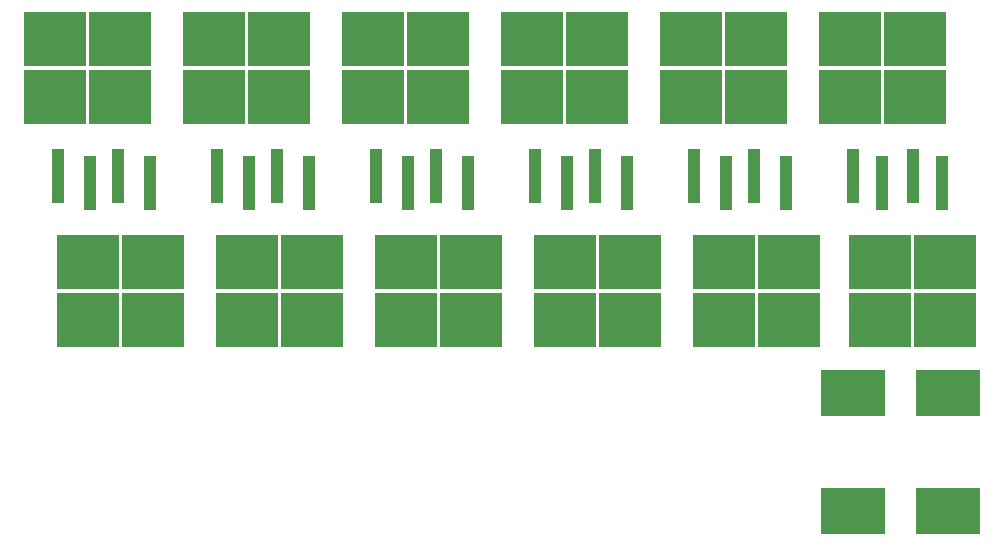
<source format=gbr>
%TF.GenerationSoftware,KiCad,Pcbnew,(6.0.7-1)-1*%
%TF.CreationDate,2022-12-11T21:31:16-05:00*%
%TF.ProjectId,ResistorNetwork,52657369-7374-46f7-924e-6574776f726b,rev?*%
%TF.SameCoordinates,Original*%
%TF.FileFunction,Paste,Top*%
%TF.FilePolarity,Positive*%
%FSLAX46Y46*%
G04 Gerber Fmt 4.6, Leading zero omitted, Abs format (unit mm)*
G04 Created by KiCad (PCBNEW (6.0.7-1)-1) date 2022-12-11 21:31:16*
%MOMM*%
%LPD*%
G01*
G04 APERTURE LIST*
%ADD10R,5.500000X3.900000*%
%ADD11R,5.250000X4.550000*%
%ADD12R,1.100000X4.600000*%
G04 APERTURE END LIST*
D10*
%TO.C,R14*%
X111105000Y-61245000D03*
X111105000Y-71245000D03*
%TD*%
%TO.C,R13*%
X119105000Y-61245000D03*
X119105000Y-71245000D03*
%TD*%
D11*
%TO.C,R11*%
X113330000Y-55045000D03*
X118880000Y-55045000D03*
X118880000Y-50195000D03*
X113330000Y-50195000D03*
D12*
X118645000Y-43470000D03*
X113565000Y-43470000D03*
%TD*%
D11*
%TO.C,R9*%
X105667000Y-50195000D03*
X100117000Y-55045000D03*
X100117000Y-50195000D03*
X105667000Y-55045000D03*
D12*
X105432000Y-43470000D03*
X100352000Y-43470000D03*
%TD*%
D11*
%TO.C,R10*%
X97358000Y-31320000D03*
X102908000Y-36170000D03*
X97358000Y-36170000D03*
X102908000Y-31320000D03*
D12*
X97593000Y-42895000D03*
X102673000Y-42895000D03*
%TD*%
D11*
%TO.C,R6*%
X75984000Y-36170000D03*
X70434000Y-31320000D03*
X70434000Y-36170000D03*
X75984000Y-31320000D03*
D12*
X70669000Y-42895000D03*
X75749000Y-42895000D03*
%TD*%
D11*
%TO.C,R5*%
X73193000Y-50195000D03*
X73193000Y-55045000D03*
X78743000Y-50195000D03*
X78743000Y-55045000D03*
D12*
X78508000Y-43470000D03*
X73428000Y-43470000D03*
%TD*%
D11*
%TO.C,R1*%
X51819000Y-50195000D03*
X46269000Y-55045000D03*
X51819000Y-55045000D03*
X46269000Y-50195000D03*
D12*
X51584000Y-43470000D03*
X46504000Y-43470000D03*
%TD*%
D11*
%TO.C,R7*%
X86655000Y-50195000D03*
X92205000Y-50195000D03*
X86655000Y-55045000D03*
X92205000Y-55045000D03*
D12*
X91970000Y-43470000D03*
X86890000Y-43470000D03*
%TD*%
D11*
%TO.C,R12*%
X116370000Y-31320000D03*
X110820000Y-36170000D03*
X110820000Y-31320000D03*
X116370000Y-36170000D03*
D12*
X111055000Y-42895000D03*
X116135000Y-42895000D03*
%TD*%
D11*
%TO.C,R2*%
X49060000Y-31320000D03*
X43510000Y-31320000D03*
X49060000Y-36170000D03*
X43510000Y-36170000D03*
D12*
X43745000Y-42895000D03*
X48825000Y-42895000D03*
%TD*%
D11*
%TO.C,R4*%
X56972000Y-36170000D03*
X62522000Y-36170000D03*
X56972000Y-31320000D03*
X62522000Y-31320000D03*
D12*
X57207000Y-42895000D03*
X62287000Y-42895000D03*
%TD*%
D11*
%TO.C,R3*%
X65281000Y-55045000D03*
X59731000Y-50195000D03*
X59731000Y-55045000D03*
X65281000Y-50195000D03*
D12*
X65046000Y-43470000D03*
X59966000Y-43470000D03*
%TD*%
D11*
%TO.C,R8*%
X89446000Y-36170000D03*
X89446000Y-31320000D03*
X83896000Y-36170000D03*
X83896000Y-31320000D03*
D12*
X84131000Y-42895000D03*
X89211000Y-42895000D03*
%TD*%
M02*

</source>
